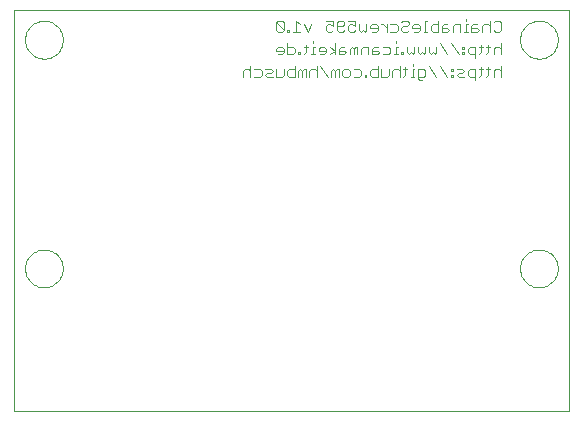
<source format=gbo>
G75*
G70*
%OFA0B0*%
%FSLAX24Y24*%
%IPPOS*%
%LPD*%
%AMOC8*
5,1,8,0,0,1.08239X$1,22.5*
%
%ADD10C,0.0000*%
%ADD11C,0.0030*%
D10*
X000190Y000181D02*
X000190Y013552D01*
X018685Y013552D01*
X018685Y000181D01*
X000190Y000181D01*
X000560Y004931D02*
X000562Y004981D01*
X000568Y005031D01*
X000578Y005080D01*
X000592Y005128D01*
X000609Y005175D01*
X000630Y005220D01*
X000655Y005264D01*
X000683Y005305D01*
X000715Y005344D01*
X000749Y005381D01*
X000786Y005415D01*
X000826Y005445D01*
X000868Y005472D01*
X000912Y005496D01*
X000958Y005517D01*
X001005Y005533D01*
X001053Y005546D01*
X001103Y005555D01*
X001152Y005560D01*
X001203Y005561D01*
X001253Y005558D01*
X001302Y005551D01*
X001351Y005540D01*
X001399Y005525D01*
X001445Y005507D01*
X001490Y005485D01*
X001533Y005459D01*
X001574Y005430D01*
X001613Y005398D01*
X001649Y005363D01*
X001681Y005325D01*
X001711Y005285D01*
X001738Y005242D01*
X001761Y005198D01*
X001780Y005152D01*
X001796Y005104D01*
X001808Y005055D01*
X001816Y005006D01*
X001820Y004956D01*
X001820Y004906D01*
X001816Y004856D01*
X001808Y004807D01*
X001796Y004758D01*
X001780Y004710D01*
X001761Y004664D01*
X001738Y004620D01*
X001711Y004577D01*
X001681Y004537D01*
X001649Y004499D01*
X001613Y004464D01*
X001574Y004432D01*
X001533Y004403D01*
X001490Y004377D01*
X001445Y004355D01*
X001399Y004337D01*
X001351Y004322D01*
X001302Y004311D01*
X001253Y004304D01*
X001203Y004301D01*
X001152Y004302D01*
X001103Y004307D01*
X001053Y004316D01*
X001005Y004329D01*
X000958Y004345D01*
X000912Y004366D01*
X000868Y004390D01*
X000826Y004417D01*
X000786Y004447D01*
X000749Y004481D01*
X000715Y004518D01*
X000683Y004557D01*
X000655Y004598D01*
X000630Y004642D01*
X000609Y004687D01*
X000592Y004734D01*
X000578Y004782D01*
X000568Y004831D01*
X000562Y004881D01*
X000560Y004931D01*
X000560Y012556D02*
X000562Y012606D01*
X000568Y012656D01*
X000578Y012705D01*
X000592Y012753D01*
X000609Y012800D01*
X000630Y012845D01*
X000655Y012889D01*
X000683Y012930D01*
X000715Y012969D01*
X000749Y013006D01*
X000786Y013040D01*
X000826Y013070D01*
X000868Y013097D01*
X000912Y013121D01*
X000958Y013142D01*
X001005Y013158D01*
X001053Y013171D01*
X001103Y013180D01*
X001152Y013185D01*
X001203Y013186D01*
X001253Y013183D01*
X001302Y013176D01*
X001351Y013165D01*
X001399Y013150D01*
X001445Y013132D01*
X001490Y013110D01*
X001533Y013084D01*
X001574Y013055D01*
X001613Y013023D01*
X001649Y012988D01*
X001681Y012950D01*
X001711Y012910D01*
X001738Y012867D01*
X001761Y012823D01*
X001780Y012777D01*
X001796Y012729D01*
X001808Y012680D01*
X001816Y012631D01*
X001820Y012581D01*
X001820Y012531D01*
X001816Y012481D01*
X001808Y012432D01*
X001796Y012383D01*
X001780Y012335D01*
X001761Y012289D01*
X001738Y012245D01*
X001711Y012202D01*
X001681Y012162D01*
X001649Y012124D01*
X001613Y012089D01*
X001574Y012057D01*
X001533Y012028D01*
X001490Y012002D01*
X001445Y011980D01*
X001399Y011962D01*
X001351Y011947D01*
X001302Y011936D01*
X001253Y011929D01*
X001203Y011926D01*
X001152Y011927D01*
X001103Y011932D01*
X001053Y011941D01*
X001005Y011954D01*
X000958Y011970D01*
X000912Y011991D01*
X000868Y012015D01*
X000826Y012042D01*
X000786Y012072D01*
X000749Y012106D01*
X000715Y012143D01*
X000683Y012182D01*
X000655Y012223D01*
X000630Y012267D01*
X000609Y012312D01*
X000592Y012359D01*
X000578Y012407D01*
X000568Y012456D01*
X000562Y012506D01*
X000560Y012556D01*
X017060Y012556D02*
X017062Y012606D01*
X017068Y012656D01*
X017078Y012705D01*
X017092Y012753D01*
X017109Y012800D01*
X017130Y012845D01*
X017155Y012889D01*
X017183Y012930D01*
X017215Y012969D01*
X017249Y013006D01*
X017286Y013040D01*
X017326Y013070D01*
X017368Y013097D01*
X017412Y013121D01*
X017458Y013142D01*
X017505Y013158D01*
X017553Y013171D01*
X017603Y013180D01*
X017652Y013185D01*
X017703Y013186D01*
X017753Y013183D01*
X017802Y013176D01*
X017851Y013165D01*
X017899Y013150D01*
X017945Y013132D01*
X017990Y013110D01*
X018033Y013084D01*
X018074Y013055D01*
X018113Y013023D01*
X018149Y012988D01*
X018181Y012950D01*
X018211Y012910D01*
X018238Y012867D01*
X018261Y012823D01*
X018280Y012777D01*
X018296Y012729D01*
X018308Y012680D01*
X018316Y012631D01*
X018320Y012581D01*
X018320Y012531D01*
X018316Y012481D01*
X018308Y012432D01*
X018296Y012383D01*
X018280Y012335D01*
X018261Y012289D01*
X018238Y012245D01*
X018211Y012202D01*
X018181Y012162D01*
X018149Y012124D01*
X018113Y012089D01*
X018074Y012057D01*
X018033Y012028D01*
X017990Y012002D01*
X017945Y011980D01*
X017899Y011962D01*
X017851Y011947D01*
X017802Y011936D01*
X017753Y011929D01*
X017703Y011926D01*
X017652Y011927D01*
X017603Y011932D01*
X017553Y011941D01*
X017505Y011954D01*
X017458Y011970D01*
X017412Y011991D01*
X017368Y012015D01*
X017326Y012042D01*
X017286Y012072D01*
X017249Y012106D01*
X017215Y012143D01*
X017183Y012182D01*
X017155Y012223D01*
X017130Y012267D01*
X017109Y012312D01*
X017092Y012359D01*
X017078Y012407D01*
X017068Y012456D01*
X017062Y012506D01*
X017060Y012556D01*
X017060Y004931D02*
X017062Y004981D01*
X017068Y005031D01*
X017078Y005080D01*
X017092Y005128D01*
X017109Y005175D01*
X017130Y005220D01*
X017155Y005264D01*
X017183Y005305D01*
X017215Y005344D01*
X017249Y005381D01*
X017286Y005415D01*
X017326Y005445D01*
X017368Y005472D01*
X017412Y005496D01*
X017458Y005517D01*
X017505Y005533D01*
X017553Y005546D01*
X017603Y005555D01*
X017652Y005560D01*
X017703Y005561D01*
X017753Y005558D01*
X017802Y005551D01*
X017851Y005540D01*
X017899Y005525D01*
X017945Y005507D01*
X017990Y005485D01*
X018033Y005459D01*
X018074Y005430D01*
X018113Y005398D01*
X018149Y005363D01*
X018181Y005325D01*
X018211Y005285D01*
X018238Y005242D01*
X018261Y005198D01*
X018280Y005152D01*
X018296Y005104D01*
X018308Y005055D01*
X018316Y005006D01*
X018320Y004956D01*
X018320Y004906D01*
X018316Y004856D01*
X018308Y004807D01*
X018296Y004758D01*
X018280Y004710D01*
X018261Y004664D01*
X018238Y004620D01*
X018211Y004577D01*
X018181Y004537D01*
X018149Y004499D01*
X018113Y004464D01*
X018074Y004432D01*
X018033Y004403D01*
X017990Y004377D01*
X017945Y004355D01*
X017899Y004337D01*
X017851Y004322D01*
X017802Y004311D01*
X017753Y004304D01*
X017703Y004301D01*
X017652Y004302D01*
X017603Y004307D01*
X017553Y004316D01*
X017505Y004329D01*
X017458Y004345D01*
X017412Y004366D01*
X017368Y004390D01*
X017326Y004417D01*
X017286Y004447D01*
X017249Y004481D01*
X017215Y004518D01*
X017183Y004557D01*
X017155Y004598D01*
X017130Y004642D01*
X017109Y004687D01*
X017092Y004734D01*
X017078Y004782D01*
X017068Y004831D01*
X017062Y004881D01*
X017060Y004931D01*
D11*
X015565Y011198D02*
X015565Y011568D01*
X015380Y011568D01*
X015318Y011507D01*
X015318Y011383D01*
X015380Y011321D01*
X015565Y011321D01*
X015687Y011321D02*
X015749Y011383D01*
X015749Y011630D01*
X015811Y011568D02*
X015687Y011568D01*
X015933Y011568D02*
X016056Y011568D01*
X015995Y011630D02*
X015995Y011383D01*
X015933Y011321D01*
X016178Y011321D02*
X016178Y011507D01*
X016239Y011568D01*
X016363Y011568D01*
X016425Y011507D01*
X016425Y011692D02*
X016425Y011321D01*
X016425Y012071D02*
X016425Y012442D01*
X016363Y012318D02*
X016239Y012318D01*
X016178Y012257D01*
X016178Y012071D01*
X015995Y012133D02*
X015933Y012071D01*
X015995Y012133D02*
X015995Y012380D01*
X016056Y012318D02*
X015933Y012318D01*
X015811Y012318D02*
X015687Y012318D01*
X015749Y012380D02*
X015749Y012133D01*
X015687Y012071D01*
X015565Y012071D02*
X015380Y012071D01*
X015318Y012133D01*
X015318Y012257D01*
X015380Y012318D01*
X015565Y012318D01*
X015565Y011948D01*
X015197Y012071D02*
X015197Y012133D01*
X015135Y012133D01*
X015135Y012071D01*
X015197Y012071D01*
X015013Y012071D02*
X014766Y012442D01*
X014398Y012442D02*
X014644Y012071D01*
X014276Y012133D02*
X014276Y012318D01*
X014276Y012133D02*
X014214Y012071D01*
X014153Y012133D01*
X014091Y012071D01*
X014029Y012133D01*
X014029Y012318D01*
X013908Y012318D02*
X013908Y012133D01*
X013846Y012071D01*
X013784Y012133D01*
X013723Y012071D01*
X013661Y012133D01*
X013661Y012318D01*
X013540Y012318D02*
X013540Y012133D01*
X013478Y012071D01*
X013416Y012133D01*
X013354Y012071D01*
X013293Y012133D01*
X013293Y012318D01*
X013171Y012133D02*
X013110Y012133D01*
X013110Y012071D01*
X013171Y012071D01*
X013171Y012133D01*
X012987Y012071D02*
X012864Y012071D01*
X012925Y012071D02*
X012925Y012318D01*
X012987Y012318D01*
X012925Y012442D02*
X012925Y012503D01*
X012680Y012318D02*
X012495Y012318D01*
X012312Y012318D02*
X012188Y012318D01*
X012126Y012257D01*
X012126Y012071D01*
X012312Y012071D01*
X012373Y012133D01*
X012312Y012195D01*
X012126Y012195D01*
X012005Y012318D02*
X012005Y012071D01*
X011758Y012071D02*
X011758Y012257D01*
X011820Y012318D01*
X012005Y012318D01*
X011637Y012318D02*
X011637Y012071D01*
X011513Y012071D02*
X011513Y012257D01*
X011451Y012318D01*
X011390Y012257D01*
X011390Y012071D01*
X011268Y012133D02*
X011207Y012195D01*
X011021Y012195D01*
X011021Y012257D02*
X011021Y012071D01*
X011207Y012071D01*
X011268Y012133D01*
X011207Y012318D02*
X011083Y012318D01*
X011021Y012257D01*
X010900Y012195D02*
X010715Y012318D01*
X010593Y012257D02*
X010531Y012318D01*
X010408Y012318D01*
X010346Y012257D01*
X010346Y012195D01*
X010593Y012195D01*
X010593Y012133D02*
X010593Y012257D01*
X010593Y012133D02*
X010531Y012071D01*
X010408Y012071D01*
X010225Y012071D02*
X010101Y012071D01*
X010163Y012071D02*
X010163Y012318D01*
X010225Y012318D01*
X010163Y012442D02*
X010163Y012503D01*
X009918Y012380D02*
X009918Y012133D01*
X009856Y012071D01*
X009734Y012071D02*
X009734Y012133D01*
X009672Y012133D01*
X009672Y012071D01*
X009734Y012071D01*
X009550Y012133D02*
X009550Y012257D01*
X009488Y012318D01*
X009303Y012318D01*
X009303Y012442D02*
X009303Y012071D01*
X009488Y012071D01*
X009550Y012133D01*
X009856Y012318D02*
X009979Y012318D01*
X009979Y012821D02*
X009855Y013068D01*
X009734Y013068D02*
X009610Y013192D01*
X009610Y012821D01*
X009487Y012821D02*
X009734Y012821D01*
X009979Y012821D02*
X010102Y013068D01*
X010592Y013007D02*
X010592Y012883D01*
X010653Y012821D01*
X010777Y012821D01*
X010839Y012883D01*
X010960Y012883D02*
X010960Y013130D01*
X011022Y013192D01*
X011145Y013192D01*
X011207Y013130D01*
X011207Y013068D01*
X011145Y013007D01*
X010960Y013007D01*
X010839Y013007D02*
X010715Y013068D01*
X010653Y013068D01*
X010592Y013007D01*
X010839Y013007D02*
X010839Y013192D01*
X010592Y013192D01*
X010960Y012883D02*
X011022Y012821D01*
X011145Y012821D01*
X011207Y012883D01*
X011328Y012883D02*
X011328Y013007D01*
X011390Y013068D01*
X011452Y013068D01*
X011575Y013007D01*
X011575Y013192D01*
X011328Y013192D01*
X011697Y013068D02*
X011697Y012883D01*
X011758Y012821D01*
X011820Y012883D01*
X011882Y012821D01*
X011944Y012883D01*
X011944Y013068D01*
X012065Y013007D02*
X012065Y012945D01*
X012312Y012945D01*
X012312Y013007D02*
X012250Y013068D01*
X012127Y013068D01*
X012065Y013007D01*
X012127Y012821D02*
X012250Y012821D01*
X012312Y012883D01*
X012312Y013007D01*
X012434Y013068D02*
X012495Y013068D01*
X012619Y012945D01*
X012619Y013068D02*
X012619Y012821D01*
X012740Y012821D02*
X012925Y012821D01*
X012987Y012883D01*
X012987Y013007D01*
X012925Y013068D01*
X012740Y013068D01*
X013109Y013130D02*
X013170Y013192D01*
X013294Y013192D01*
X013355Y013130D01*
X013355Y013068D01*
X013294Y013007D01*
X013170Y013007D01*
X013109Y012945D01*
X013109Y012883D01*
X013170Y012821D01*
X013294Y012821D01*
X013355Y012883D01*
X013477Y012945D02*
X013724Y012945D01*
X013724Y013007D02*
X013662Y013068D01*
X013539Y013068D01*
X013477Y013007D01*
X013477Y012945D01*
X013539Y012821D02*
X013662Y012821D01*
X013724Y012883D01*
X013724Y013007D01*
X013846Y012821D02*
X013969Y012821D01*
X013907Y012821D02*
X013907Y013192D01*
X013969Y013192D01*
X014152Y013068D02*
X014337Y013068D01*
X014337Y013192D02*
X014337Y012821D01*
X014152Y012821D01*
X014091Y012883D01*
X014091Y013007D01*
X014152Y013068D01*
X014459Y013007D02*
X014459Y012821D01*
X014644Y012821D01*
X014706Y012883D01*
X014644Y012945D01*
X014459Y012945D01*
X014459Y013007D02*
X014521Y013068D01*
X014644Y013068D01*
X014827Y013007D02*
X014827Y012821D01*
X014827Y013007D02*
X014889Y013068D01*
X015074Y013068D01*
X015074Y012821D01*
X015196Y012821D02*
X015320Y012821D01*
X015258Y012821D02*
X015258Y013068D01*
X015320Y013068D01*
X015441Y013007D02*
X015441Y012821D01*
X015626Y012821D01*
X015688Y012883D01*
X015626Y012945D01*
X015441Y012945D01*
X015441Y013007D02*
X015503Y013068D01*
X015626Y013068D01*
X015809Y013007D02*
X015809Y012821D01*
X015809Y013007D02*
X015871Y013068D01*
X015995Y013068D01*
X016056Y013007D01*
X016178Y013130D02*
X016239Y013192D01*
X016363Y013192D01*
X016425Y013130D01*
X016425Y012883D01*
X016363Y012821D01*
X016239Y012821D01*
X016178Y012883D01*
X016056Y012821D02*
X016056Y013192D01*
X015258Y013192D02*
X015258Y013253D01*
X015197Y012318D02*
X015197Y012257D01*
X015135Y012257D01*
X015135Y012318D01*
X015197Y012318D01*
X014398Y011692D02*
X014644Y011321D01*
X014767Y011321D02*
X014829Y011321D01*
X014829Y011383D01*
X014767Y011383D01*
X014767Y011321D01*
X014767Y011507D02*
X014829Y011507D01*
X014829Y011568D01*
X014767Y011568D01*
X014767Y011507D01*
X014950Y011568D02*
X015135Y011568D01*
X015197Y011507D01*
X015135Y011445D01*
X015012Y011445D01*
X014950Y011383D01*
X015012Y011321D01*
X015197Y011321D01*
X014276Y011321D02*
X014029Y011692D01*
X013846Y011568D02*
X013908Y011507D01*
X013908Y011383D01*
X013846Y011321D01*
X013661Y011321D01*
X013661Y011260D02*
X013661Y011568D01*
X013846Y011568D01*
X013540Y011568D02*
X013478Y011568D01*
X013478Y011321D01*
X013540Y011321D02*
X013416Y011321D01*
X013232Y011383D02*
X013171Y011321D01*
X013232Y011383D02*
X013232Y011630D01*
X013171Y011568D02*
X013294Y011568D01*
X013478Y011692D02*
X013478Y011753D01*
X013049Y011692D02*
X013049Y011321D01*
X013049Y011507D02*
X012987Y011568D01*
X012863Y011568D01*
X012802Y011507D01*
X012802Y011321D01*
X012680Y011383D02*
X012619Y011321D01*
X012433Y011321D01*
X012433Y011568D01*
X012312Y011568D02*
X012127Y011568D01*
X012065Y011507D01*
X012065Y011383D01*
X012127Y011321D01*
X012312Y011321D01*
X012312Y011692D01*
X012680Y011568D02*
X012680Y011383D01*
X011944Y011383D02*
X011882Y011383D01*
X011882Y011321D01*
X011944Y011321D01*
X011944Y011383D01*
X011759Y011383D02*
X011759Y011507D01*
X011698Y011568D01*
X011513Y011568D01*
X011391Y011507D02*
X011329Y011568D01*
X011206Y011568D01*
X011144Y011507D01*
X011144Y011383D01*
X011206Y011321D01*
X011329Y011321D01*
X011391Y011383D01*
X011391Y011507D01*
X011513Y011321D02*
X011698Y011321D01*
X011759Y011383D01*
X011023Y011321D02*
X011023Y011568D01*
X010961Y011568D01*
X010899Y011507D01*
X010838Y011568D01*
X010776Y011507D01*
X010776Y011321D01*
X010655Y011321D02*
X010408Y011692D01*
X010286Y011692D02*
X010286Y011321D01*
X010286Y011507D02*
X010225Y011568D01*
X010101Y011568D01*
X010039Y011507D01*
X010039Y011321D01*
X009918Y011321D02*
X009918Y011568D01*
X009856Y011568D01*
X009794Y011507D01*
X009733Y011568D01*
X009671Y011507D01*
X009671Y011321D01*
X009550Y011321D02*
X009364Y011321D01*
X009303Y011383D01*
X009303Y011507D01*
X009364Y011568D01*
X009550Y011568D01*
X009550Y011692D02*
X009550Y011321D01*
X009794Y011321D02*
X009794Y011507D01*
X009181Y011568D02*
X009181Y011383D01*
X009120Y011321D01*
X008934Y011321D01*
X008934Y011568D01*
X008813Y011507D02*
X008751Y011568D01*
X008566Y011568D01*
X008445Y011507D02*
X008445Y011383D01*
X008383Y011321D01*
X008198Y011321D01*
X008076Y011321D02*
X008076Y011692D01*
X008015Y011568D02*
X007891Y011568D01*
X007830Y011507D01*
X007830Y011321D01*
X008076Y011507D02*
X008015Y011568D01*
X008198Y011568D02*
X008383Y011568D01*
X008445Y011507D01*
X008566Y011383D02*
X008628Y011445D01*
X008751Y011445D01*
X008813Y011507D01*
X008813Y011321D02*
X008628Y011321D01*
X008566Y011383D01*
X008996Y012071D02*
X009120Y012071D01*
X009181Y012133D01*
X009181Y012257D01*
X009120Y012318D01*
X008996Y012318D01*
X008935Y012257D01*
X008935Y012195D01*
X009181Y012195D01*
X009120Y012821D02*
X008996Y012821D01*
X008934Y012883D01*
X008934Y013130D01*
X009181Y012883D01*
X009120Y012821D01*
X009181Y012883D02*
X009181Y013130D01*
X009120Y013192D01*
X008996Y013192D01*
X008934Y013130D01*
X009304Y012883D02*
X009304Y012821D01*
X009365Y012821D01*
X009365Y012883D01*
X009304Y012883D01*
X010715Y012071D02*
X010900Y012195D01*
X010900Y012071D02*
X010900Y012442D01*
X011328Y012883D02*
X011390Y012821D01*
X011514Y012821D01*
X011575Y012883D01*
X011575Y012318D02*
X011513Y012257D01*
X011575Y012318D02*
X011637Y012318D01*
X012495Y012071D02*
X012680Y012071D01*
X012742Y012133D01*
X012742Y012257D01*
X012680Y012318D01*
X013661Y011260D02*
X013723Y011198D01*
X013784Y011198D01*
X016363Y012318D02*
X016425Y012257D01*
X010899Y011507D02*
X010899Y011321D01*
M02*

</source>
